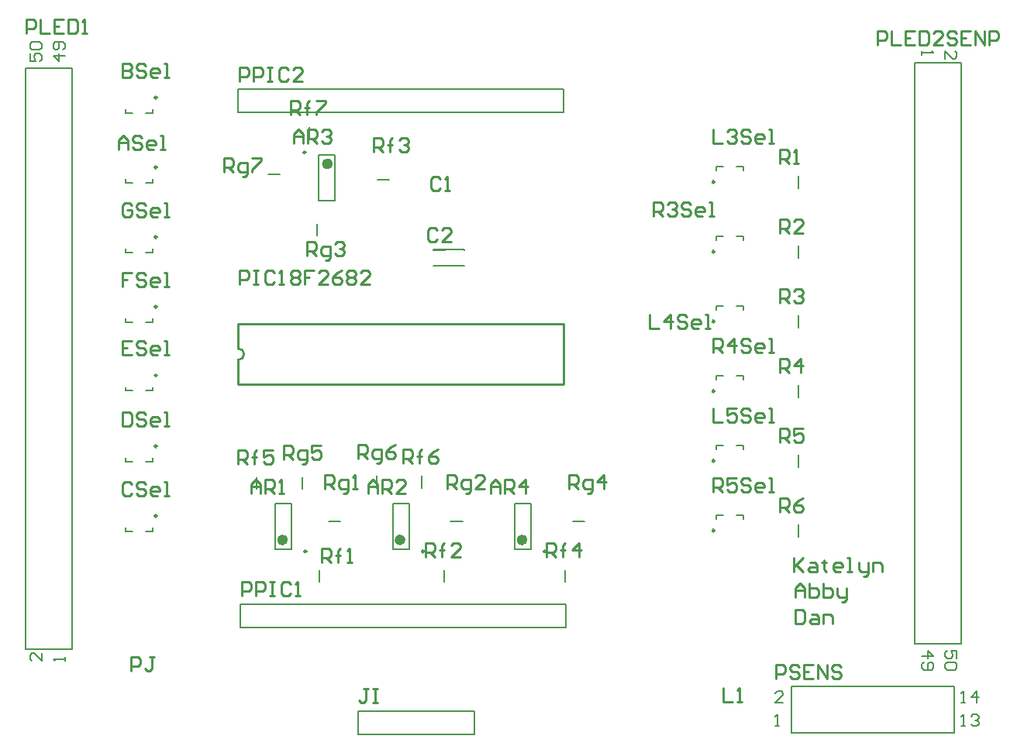
<source format=gto>
%FSLAX24Y24*%
%MOIN*%
G70*
G01*
G75*
G04 Layer_Color=65535*
%ADD10R,0.0236X0.0709*%
%ADD11R,0.0551X0.0591*%
%ADD12R,0.0591X0.0551*%
%ADD13O,0.0866X0.0236*%
%ADD14R,0.0630X0.0630*%
%ADD15R,0.0787X0.0472*%
%ADD16R,0.0591X0.0630*%
%ADD17C,0.0250*%
%ADD18R,0.0591X0.0591*%
%ADD19C,0.0591*%
%ADD20R,0.0591X0.0591*%
%ADD21R,0.0500X0.1000*%
%ADD22O,0.0500X0.1000*%
%ADD23C,0.0394*%
%ADD24C,0.0620*%
%ADD25C,0.0500*%
%ADD26C,0.0098*%
%ADD27C,0.0236*%
%ADD28C,0.0100*%
%ADD29C,0.0079*%
%ADD30C,0.0080*%
D26*
X43758Y55544D02*
G03*
X43758Y55544I-49J0D01*
G01*
X67741Y48906D02*
G03*
X67741Y48906I-49J0D01*
G01*
Y51906D02*
G03*
X67741Y51906I-49J0D01*
G01*
X60494Y39015D02*
G03*
X60494Y39015I-49J0D01*
G01*
X50154Y56185D02*
G03*
X50154Y56185I-49J0D01*
G01*
X55244Y39015D02*
G03*
X55244Y39015I-49J0D01*
G01*
X50194D02*
G03*
X50194Y39015I-49J0D01*
G01*
X67741Y54906D02*
G03*
X67741Y54906I-49J0D01*
G01*
X43758Y58544D02*
G03*
X43758Y58544I-49J0D01*
G01*
Y52544D02*
G03*
X43758Y52544I-49J0D01*
G01*
Y49544D02*
G03*
X43758Y49544I-49J0D01*
G01*
Y46594D02*
G03*
X43758Y46594I-49J0D01*
G01*
Y43544D02*
G03*
X43758Y43544I-49J0D01*
G01*
Y40544D02*
G03*
X43758Y40544I-49J0D01*
G01*
X67741Y45906D02*
G03*
X67741Y45906I-49J0D01*
G01*
Y42906D02*
G03*
X67741Y42906I-49J0D01*
G01*
Y39906D02*
G03*
X67741Y39906I-49J0D01*
G01*
D27*
X59579Y39509D02*
G03*
X59579Y39509I-118J0D01*
G01*
X51207Y55691D02*
G03*
X51207Y55691I-118J0D01*
G01*
X54329Y39509D02*
G03*
X54329Y39509I-118J0D01*
G01*
X49279D02*
G03*
X49279Y39509I-118J0D01*
G01*
D28*
X47250Y47250D02*
G03*
X47250Y47750I0J250D01*
G01*
Y46200D02*
Y47250D01*
Y47750D02*
Y48800D01*
X61250D01*
Y46200D02*
Y48800D01*
X47250Y46200D02*
X61250D01*
X71200Y36500D02*
Y35900D01*
X71500D01*
X71600Y36000D01*
Y36400D01*
X71500Y36500D01*
X71200D01*
X71900Y36300D02*
X72100D01*
X72200Y36200D01*
Y35900D01*
X71900D01*
X71800Y36000D01*
X71900Y36100D01*
X72200D01*
X72400Y35900D02*
Y36300D01*
X72700D01*
X72799Y36200D01*
Y35900D01*
X71200Y37050D02*
Y37450D01*
X71400Y37650D01*
X71600Y37450D01*
Y37050D01*
Y37350D01*
X71200D01*
X71800Y37650D02*
Y37050D01*
X72100D01*
X72200Y37150D01*
Y37250D01*
Y37350D01*
X72100Y37450D01*
X71800D01*
X72400Y37650D02*
Y37050D01*
X72700D01*
X72799Y37150D01*
Y37250D01*
Y37350D01*
X72700Y37450D01*
X72400D01*
X72999D02*
Y37150D01*
X73099Y37050D01*
X73399D01*
Y36950D01*
X73299Y36850D01*
X73199D01*
X73399Y37050D02*
Y37450D01*
X71150Y38750D02*
Y38150D01*
Y38350D01*
X71550Y38750D01*
X71250Y38450D01*
X71550Y38150D01*
X71850Y38550D02*
X72050D01*
X72150Y38450D01*
Y38150D01*
X71850D01*
X71750Y38250D01*
X71850Y38350D01*
X72150D01*
X72450Y38650D02*
Y38550D01*
X72350D01*
X72550D01*
X72450D01*
Y38250D01*
X72550Y38150D01*
X73149D02*
X72949D01*
X72849Y38250D01*
Y38450D01*
X72949Y38550D01*
X73149D01*
X73249Y38450D01*
Y38350D01*
X72849D01*
X73449Y38150D02*
X73649D01*
X73549D01*
Y38750D01*
X73449D01*
X73949Y38550D02*
Y38250D01*
X74049Y38150D01*
X74349D01*
Y38050D01*
X74249Y37950D01*
X74149D01*
X74349Y38150D02*
Y38550D01*
X74549Y38150D02*
Y38550D01*
X74849D01*
X74949Y38450D01*
Y38150D01*
X42100Y56300D02*
Y56700D01*
X42300Y56900D01*
X42500Y56700D01*
Y56300D01*
Y56600D01*
X42100D01*
X43100Y56800D02*
X43000Y56900D01*
X42800D01*
X42700Y56800D01*
Y56700D01*
X42800Y56600D01*
X43000D01*
X43100Y56500D01*
Y56400D01*
X43000Y56300D01*
X42800D01*
X42700Y56400D01*
X43600Y56300D02*
X43400D01*
X43300Y56400D01*
Y56600D01*
X43400Y56700D01*
X43600D01*
X43699Y56600D01*
Y56500D01*
X43300D01*
X43899Y56300D02*
X44099D01*
X43999D01*
Y56900D01*
X43899D01*
X64950Y49200D02*
Y48600D01*
X65350D01*
X65850D02*
Y49200D01*
X65550Y48900D01*
X65950D01*
X66549Y49100D02*
X66450Y49200D01*
X66250D01*
X66150Y49100D01*
Y49000D01*
X66250Y48900D01*
X66450D01*
X66549Y48800D01*
Y48700D01*
X66450Y48600D01*
X66250D01*
X66150Y48700D01*
X67049Y48600D02*
X66849D01*
X66749Y48700D01*
Y48900D01*
X66849Y49000D01*
X67049D01*
X67149Y48900D01*
Y48800D01*
X66749D01*
X67349Y48600D02*
X67549D01*
X67449D01*
Y49200D01*
X67349D01*
X65100Y53450D02*
Y54050D01*
X65400D01*
X65500Y53950D01*
Y53750D01*
X65400Y53650D01*
X65100D01*
X65300D02*
X65500Y53450D01*
X65700Y53950D02*
X65800Y54050D01*
X66000D01*
X66100Y53950D01*
Y53850D01*
X66000Y53750D01*
X65900D01*
X66000D01*
X66100Y53650D01*
Y53550D01*
X66000Y53450D01*
X65800D01*
X65700Y53550D01*
X66699Y53950D02*
X66600Y54050D01*
X66400D01*
X66300Y53950D01*
Y53850D01*
X66400Y53750D01*
X66600D01*
X66699Y53650D01*
Y53550D01*
X66600Y53450D01*
X66400D01*
X66300Y53550D01*
X67199Y53450D02*
X66999D01*
X66899Y53550D01*
Y53750D01*
X66999Y53850D01*
X67199D01*
X67299Y53750D01*
Y53650D01*
X66899D01*
X67499Y53450D02*
X67699D01*
X67599D01*
Y54050D01*
X67499D01*
X50850Y38550D02*
Y39150D01*
X51150D01*
X51250Y39050D01*
Y38850D01*
X51150Y38750D01*
X50850D01*
X51050D02*
X51250Y38550D01*
X51550D02*
Y39050D01*
Y38850D01*
X51450D01*
X51650D01*
X51550D01*
Y39050D01*
X51650Y39150D01*
X51950Y38550D02*
X52150D01*
X52050D01*
Y39150D01*
X51950Y39050D01*
X50200Y51750D02*
Y52350D01*
X50500D01*
X50600Y52250D01*
Y52050D01*
X50500Y51950D01*
X50200D01*
X50400D02*
X50600Y51750D01*
X51000Y51550D02*
X51100D01*
X51200Y51650D01*
Y52150D01*
X50900D01*
X50800Y52050D01*
Y51850D01*
X50900Y51750D01*
X51200D01*
X51400Y52250D02*
X51500Y52350D01*
X51700D01*
X51799Y52250D01*
Y52150D01*
X51700Y52050D01*
X51600D01*
X51700D01*
X51799Y51950D01*
Y51850D01*
X51700Y51750D01*
X51500D01*
X51400Y51850D01*
X46650Y55350D02*
Y55950D01*
X46950D01*
X47050Y55850D01*
Y55650D01*
X46950Y55550D01*
X46650D01*
X46850D02*
X47050Y55350D01*
X47450Y55150D02*
X47550D01*
X47650Y55250D01*
Y55750D01*
X47350D01*
X47250Y55650D01*
Y55450D01*
X47350Y55350D01*
X47650D01*
X47850Y55950D02*
X48249D01*
Y55850D01*
X47850Y55450D01*
Y55350D01*
X74750Y60800D02*
Y61400D01*
X75050D01*
X75150Y61300D01*
Y61100D01*
X75050Y61000D01*
X74750D01*
X75350Y61400D02*
Y60800D01*
X75750D01*
X76349Y61400D02*
X75950D01*
Y60800D01*
X76349D01*
X75950Y61100D02*
X76150D01*
X76549Y61400D02*
Y60800D01*
X76849D01*
X76949Y60900D01*
Y61300D01*
X76849Y61400D01*
X76549D01*
X77549Y60800D02*
X77149D01*
X77549Y61200D01*
Y61300D01*
X77449Y61400D01*
X77249D01*
X77149Y61300D01*
X78149D02*
X78049Y61400D01*
X77849D01*
X77749Y61300D01*
Y61200D01*
X77849Y61100D01*
X78049D01*
X78149Y61000D01*
Y60900D01*
X78049Y60800D01*
X77849D01*
X77749Y60900D01*
X78749Y61400D02*
X78349D01*
Y60800D01*
X78749D01*
X78349Y61100D02*
X78549D01*
X78949Y60800D02*
Y61400D01*
X79349Y60800D01*
Y61400D01*
X79548Y60800D02*
Y61400D01*
X79848D01*
X79948Y61300D01*
Y61100D01*
X79848Y61000D01*
X79548D01*
X50990Y41690D02*
Y42290D01*
X51290D01*
X51390Y42190D01*
Y41990D01*
X51290Y41890D01*
X50990D01*
X51190D02*
X51390Y41690D01*
X51790Y41490D02*
X51890D01*
X51990Y41590D01*
Y42090D01*
X51690D01*
X51590Y41990D01*
Y41790D01*
X51690Y41690D01*
X51990D01*
X52190D02*
X52390D01*
X52290D01*
Y42290D01*
X52190Y42190D01*
X61490Y41690D02*
Y42290D01*
X61790D01*
X61890Y42190D01*
Y41990D01*
X61790Y41890D01*
X61490D01*
X61690D02*
X61890Y41690D01*
X62290Y41490D02*
X62390D01*
X62490Y41590D01*
Y42090D01*
X62190D01*
X62090Y41990D01*
Y41790D01*
X62190Y41690D01*
X62490D01*
X62990D02*
Y42290D01*
X62690Y41990D01*
X63089D01*
X68120Y33130D02*
Y32530D01*
X68520D01*
X68720D02*
X68920D01*
X68820D01*
Y33130D01*
X68720Y33030D01*
X70370Y33540D02*
Y34140D01*
X70670D01*
X70770Y34040D01*
Y33840D01*
X70670Y33740D01*
X70370D01*
X71370Y34040D02*
X71270Y34140D01*
X71070D01*
X70970Y34040D01*
Y33940D01*
X71070Y33840D01*
X71270D01*
X71370Y33740D01*
Y33640D01*
X71270Y33540D01*
X71070D01*
X70970Y33640D01*
X71969Y34140D02*
X71570D01*
Y33540D01*
X71969D01*
X71570Y33840D02*
X71770D01*
X72169Y33540D02*
Y34140D01*
X72569Y33540D01*
Y34140D01*
X73169Y34040D02*
X73069Y34140D01*
X72869D01*
X72769Y34040D01*
Y33940D01*
X72869Y33840D01*
X73069D01*
X73169Y33740D01*
Y33640D01*
X73069Y33540D01*
X72869D01*
X72769Y33640D01*
X38160Y61310D02*
Y61910D01*
X38460D01*
X38560Y61810D01*
Y61610D01*
X38460Y61510D01*
X38160D01*
X38760Y61910D02*
Y61310D01*
X39160D01*
X39759Y61910D02*
X39360D01*
Y61310D01*
X39759D01*
X39360Y61610D02*
X39560D01*
X39959Y61910D02*
Y61310D01*
X40259D01*
X40359Y61410D01*
Y61810D01*
X40259Y61910D01*
X39959D01*
X40559Y61310D02*
X40759D01*
X40659D01*
Y61910D01*
X40559Y61810D01*
X70560Y55710D02*
Y56310D01*
X70860D01*
X70960Y56210D01*
Y56010D01*
X70860Y55910D01*
X70560D01*
X70760D02*
X70960Y55710D01*
X71160D02*
X71360D01*
X71260D01*
Y56310D01*
X71160Y56210D01*
X67695Y57165D02*
Y56565D01*
X68095D01*
X68295Y57065D02*
X68395Y57165D01*
X68595D01*
X68695Y57065D01*
Y56965D01*
X68595Y56865D01*
X68495D01*
X68595D01*
X68695Y56765D01*
Y56665D01*
X68595Y56565D01*
X68395D01*
X68295Y56665D01*
X69294Y57065D02*
X69195Y57165D01*
X68995D01*
X68895Y57065D01*
Y56965D01*
X68995Y56865D01*
X69195D01*
X69294Y56765D01*
Y56665D01*
X69195Y56565D01*
X68995D01*
X68895Y56665D01*
X69794Y56565D02*
X69594D01*
X69494Y56665D01*
Y56865D01*
X69594Y56965D01*
X69794D01*
X69894Y56865D01*
Y56765D01*
X69494D01*
X70094Y56565D02*
X70294D01*
X70194D01*
Y57165D01*
X70094D01*
X42290Y60010D02*
Y59410D01*
X42590D01*
X42690Y59510D01*
Y59610D01*
X42590Y59710D01*
X42290D01*
X42590D01*
X42690Y59810D01*
Y59910D01*
X42590Y60010D01*
X42290D01*
X43290Y59910D02*
X43190Y60010D01*
X42990D01*
X42890Y59910D01*
Y59810D01*
X42990Y59710D01*
X43190D01*
X43290Y59610D01*
Y59510D01*
X43190Y59410D01*
X42990D01*
X42890Y59510D01*
X43790Y59410D02*
X43590D01*
X43490Y59510D01*
Y59710D01*
X43590Y59810D01*
X43790D01*
X43889Y59710D01*
Y59610D01*
X43490D01*
X44089Y59410D02*
X44289D01*
X44189D01*
Y60010D01*
X44089D01*
X42690Y53910D02*
X42590Y54010D01*
X42390D01*
X42290Y53910D01*
Y53510D01*
X42390Y53410D01*
X42590D01*
X42690Y53510D01*
Y53710D01*
X42490D01*
X43290Y53910D02*
X43190Y54010D01*
X42990D01*
X42890Y53910D01*
Y53810D01*
X42990Y53710D01*
X43190D01*
X43290Y53610D01*
Y53510D01*
X43190Y53410D01*
X42990D01*
X42890Y53510D01*
X43790Y53410D02*
X43590D01*
X43490Y53510D01*
Y53710D01*
X43590Y53810D01*
X43790D01*
X43889Y53710D01*
Y53610D01*
X43490D01*
X44089Y53410D02*
X44289D01*
X44189D01*
Y54010D01*
X44089D01*
X42690Y51010D02*
X42290D01*
Y50710D01*
X42490D01*
X42290D01*
Y50410D01*
X43290Y50910D02*
X43190Y51010D01*
X42990D01*
X42890Y50910D01*
Y50810D01*
X42990Y50710D01*
X43190D01*
X43290Y50610D01*
Y50510D01*
X43190Y50410D01*
X42990D01*
X42890Y50510D01*
X43790Y50410D02*
X43590D01*
X43490Y50510D01*
Y50710D01*
X43590Y50810D01*
X43790D01*
X43889Y50710D01*
Y50610D01*
X43490D01*
X44089Y50410D02*
X44289D01*
X44189D01*
Y51010D01*
X44089D01*
X42690Y48060D02*
X42290D01*
Y47460D01*
X42690D01*
X42290Y47760D02*
X42490D01*
X43290Y47960D02*
X43190Y48060D01*
X42990D01*
X42890Y47960D01*
Y47860D01*
X42990Y47760D01*
X43190D01*
X43290Y47660D01*
Y47560D01*
X43190Y47460D01*
X42990D01*
X42890Y47560D01*
X43790Y47460D02*
X43590D01*
X43490Y47560D01*
Y47760D01*
X43590Y47860D01*
X43790D01*
X43889Y47760D01*
Y47660D01*
X43490D01*
X44089Y47460D02*
X44289D01*
X44189D01*
Y48060D01*
X44089D01*
X42290Y45010D02*
Y44410D01*
X42590D01*
X42690Y44510D01*
Y44910D01*
X42590Y45010D01*
X42290D01*
X43290Y44910D02*
X43190Y45010D01*
X42990D01*
X42890Y44910D01*
Y44810D01*
X42990Y44710D01*
X43190D01*
X43290Y44610D01*
Y44510D01*
X43190Y44410D01*
X42990D01*
X42890Y44510D01*
X43790Y44410D02*
X43590D01*
X43490Y44510D01*
Y44710D01*
X43590Y44810D01*
X43790D01*
X43889Y44710D01*
Y44610D01*
X43490D01*
X44089Y44410D02*
X44289D01*
X44189D01*
Y45010D01*
X44089D01*
X42690Y41910D02*
X42590Y42010D01*
X42390D01*
X42290Y41910D01*
Y41510D01*
X42390Y41410D01*
X42590D01*
X42690Y41510D01*
X43290Y41910D02*
X43190Y42010D01*
X42990D01*
X42890Y41910D01*
Y41810D01*
X42990Y41710D01*
X43190D01*
X43290Y41610D01*
Y41510D01*
X43190Y41410D01*
X42990D01*
X42890Y41510D01*
X43790Y41410D02*
X43590D01*
X43490Y41510D01*
Y41710D01*
X43590Y41810D01*
X43790D01*
X43889Y41710D01*
Y41610D01*
X43490D01*
X44089Y41410D02*
X44289D01*
X44189D01*
Y42010D01*
X44089D01*
X70560Y52710D02*
Y53310D01*
X70860D01*
X70960Y53210D01*
Y53010D01*
X70860Y52910D01*
X70560D01*
X70760D02*
X70960Y52710D01*
X71560D02*
X71160D01*
X71560Y53110D01*
Y53210D01*
X71460Y53310D01*
X71260D01*
X71160Y53210D01*
X47260Y42760D02*
Y43360D01*
X47560D01*
X47660Y43260D01*
Y43060D01*
X47560Y42960D01*
X47260D01*
X47460D02*
X47660Y42760D01*
X47960D02*
Y43260D01*
Y43060D01*
X47860D01*
X48060D01*
X47960D01*
Y43260D01*
X48060Y43360D01*
X48760D02*
X48360D01*
Y43060D01*
X48560Y43160D01*
X48660D01*
X48760Y43060D01*
Y42860D01*
X48660Y42760D01*
X48460D01*
X48360Y42860D01*
X47800Y41500D02*
Y41900D01*
X48000Y42100D01*
X48200Y41900D01*
Y41500D01*
Y41800D01*
X47800D01*
X48400Y41500D02*
Y42100D01*
X48700D01*
X48800Y42000D01*
Y41800D01*
X48700Y41700D01*
X48400D01*
X48600D02*
X48800Y41500D01*
X49000D02*
X49200D01*
X49100D01*
Y42100D01*
X49000Y42000D01*
X70560Y49710D02*
Y50310D01*
X70860D01*
X70960Y50210D01*
Y50010D01*
X70860Y49910D01*
X70560D01*
X70760D02*
X70960Y49710D01*
X71160Y50210D02*
X71260Y50310D01*
X71460D01*
X71560Y50210D01*
Y50110D01*
X71460Y50010D01*
X71360D01*
X71460D01*
X71560Y49910D01*
Y49810D01*
X71460Y49710D01*
X71260D01*
X71160Y49810D01*
X49210Y42960D02*
Y43560D01*
X49510D01*
X49610Y43460D01*
Y43260D01*
X49510Y43160D01*
X49210D01*
X49410D02*
X49610Y42960D01*
X50010Y42760D02*
X50110D01*
X50210Y42860D01*
Y43360D01*
X49910D01*
X49810Y43260D01*
Y43060D01*
X49910Y42960D01*
X50210D01*
X50809Y43560D02*
X50410D01*
Y43260D01*
X50610Y43360D01*
X50710D01*
X50809Y43260D01*
Y43060D01*
X50710Y42960D01*
X50510D01*
X50410Y43060D01*
X55820Y52840D02*
X55720Y52940D01*
X55520D01*
X55420Y52840D01*
Y52440D01*
X55520Y52340D01*
X55720D01*
X55820Y52440D01*
X56420Y52340D02*
X56020D01*
X56420Y52740D01*
Y52840D01*
X56320Y52940D01*
X56120D01*
X56020Y52840D01*
X55960Y55030D02*
X55860Y55130D01*
X55660D01*
X55560Y55030D01*
Y54630D01*
X55660Y54530D01*
X55860D01*
X55960Y54630D01*
X56160Y54530D02*
X56360D01*
X56260D01*
Y55130D01*
X56160Y55030D01*
X54360Y42810D02*
Y43410D01*
X54660D01*
X54760Y43310D01*
Y43110D01*
X54660Y43010D01*
X54360D01*
X54560D02*
X54760Y42810D01*
X55060D02*
Y43310D01*
Y43110D01*
X54960D01*
X55160D01*
X55060D01*
Y43310D01*
X55160Y43410D01*
X55860D02*
X55660Y43310D01*
X55460Y43110D01*
Y42910D01*
X55560Y42810D01*
X55760D01*
X55860Y42910D01*
Y43010D01*
X55760Y43110D01*
X55460D01*
X70560Y46710D02*
Y47310D01*
X70860D01*
X70960Y47210D01*
Y47010D01*
X70860Y46910D01*
X70560D01*
X70760D02*
X70960Y46710D01*
X71460D02*
Y47310D01*
X71160Y47010D01*
X71560D01*
X52850Y41500D02*
Y41900D01*
X53050Y42100D01*
X53250Y41900D01*
Y41500D01*
Y41800D01*
X52850D01*
X53450Y41500D02*
Y42100D01*
X53750D01*
X53850Y42000D01*
Y41800D01*
X53750Y41700D01*
X53450D01*
X53650D02*
X53850Y41500D01*
X54449D02*
X54050D01*
X54449Y41900D01*
Y42000D01*
X54350Y42100D01*
X54150D01*
X54050Y42000D01*
X47310Y59240D02*
Y59840D01*
X47610D01*
X47710Y59740D01*
Y59540D01*
X47610Y59440D01*
X47310D01*
X47910Y59240D02*
Y59840D01*
X48210D01*
X48310Y59740D01*
Y59540D01*
X48210Y59440D01*
X47910D01*
X48510Y59840D02*
X48710D01*
X48610D01*
Y59240D01*
X48510D01*
X48710D01*
X49409Y59740D02*
X49309Y59840D01*
X49109D01*
X49009Y59740D01*
Y59340D01*
X49109Y59240D01*
X49309D01*
X49409Y59340D01*
X50009Y59240D02*
X49609D01*
X50009Y59640D01*
Y59740D01*
X49909Y59840D01*
X49709D01*
X49609Y59740D01*
X47410Y37090D02*
Y37690D01*
X47710D01*
X47810Y37590D01*
Y37390D01*
X47710Y37290D01*
X47410D01*
X48010Y37090D02*
Y37690D01*
X48310D01*
X48410Y37590D01*
Y37390D01*
X48310Y37290D01*
X48010D01*
X48610Y37690D02*
X48810D01*
X48710D01*
Y37090D01*
X48610D01*
X48810D01*
X49509Y37590D02*
X49409Y37690D01*
X49209D01*
X49109Y37590D01*
Y37190D01*
X49209Y37090D01*
X49409D01*
X49509Y37190D01*
X49709Y37090D02*
X49909D01*
X49809D01*
Y37690D01*
X49709Y37590D01*
X67695Y47565D02*
Y48165D01*
X67995D01*
X68095Y48065D01*
Y47865D01*
X67995Y47765D01*
X67695D01*
X67895D02*
X68095Y47565D01*
X68595D02*
Y48165D01*
X68295Y47865D01*
X68695D01*
X69294Y48065D02*
X69195Y48165D01*
X68995D01*
X68895Y48065D01*
Y47965D01*
X68995Y47865D01*
X69195D01*
X69294Y47765D01*
Y47665D01*
X69195Y47565D01*
X68995D01*
X68895Y47665D01*
X69794Y47565D02*
X69594D01*
X69494Y47665D01*
Y47865D01*
X69594Y47965D01*
X69794D01*
X69894Y47865D01*
Y47765D01*
X69494D01*
X70094Y47565D02*
X70294D01*
X70194D01*
Y48165D01*
X70094D01*
X56240Y41690D02*
Y42290D01*
X56540D01*
X56640Y42190D01*
Y41990D01*
X56540Y41890D01*
X56240D01*
X56440D02*
X56640Y41690D01*
X57040Y41490D02*
X57140D01*
X57240Y41590D01*
Y42090D01*
X56940D01*
X56840Y41990D01*
Y41790D01*
X56940Y41690D01*
X57240D01*
X57839D02*
X57440D01*
X57839Y42090D01*
Y42190D01*
X57740Y42290D01*
X57540D01*
X57440Y42190D01*
X52415Y43015D02*
Y43615D01*
X52715D01*
X52815Y43515D01*
Y43315D01*
X52715Y43215D01*
X52415D01*
X52615D02*
X52815Y43015D01*
X53215Y42815D02*
X53315D01*
X53415Y42915D01*
Y43415D01*
X53115D01*
X53015Y43315D01*
Y43115D01*
X53115Y43015D01*
X53415D01*
X54014Y43615D02*
X53815Y43515D01*
X53615Y43315D01*
Y43115D01*
X53715Y43015D01*
X53915D01*
X54014Y43115D01*
Y43215D01*
X53915Y43315D01*
X53615D01*
X70560Y43710D02*
Y44310D01*
X70860D01*
X70960Y44210D01*
Y44010D01*
X70860Y43910D01*
X70560D01*
X70760D02*
X70960Y43710D01*
X71560Y44310D02*
X71160D01*
Y44010D01*
X71360Y44110D01*
X71460D01*
X71560Y44010D01*
Y43810D01*
X71460Y43710D01*
X71260D01*
X71160Y43810D01*
X55310Y38760D02*
Y39360D01*
X55610D01*
X55710Y39260D01*
Y39060D01*
X55610Y38960D01*
X55310D01*
X55510D02*
X55710Y38760D01*
X56010D02*
Y39260D01*
Y39060D01*
X55910D01*
X56110D01*
X56010D01*
Y39260D01*
X56110Y39360D01*
X56810Y38760D02*
X56410D01*
X56810Y39160D01*
Y39260D01*
X56710Y39360D01*
X56510D01*
X56410Y39260D01*
X67695Y45165D02*
Y44565D01*
X68095D01*
X68695Y45165D02*
X68295D01*
Y44865D01*
X68495Y44965D01*
X68595D01*
X68695Y44865D01*
Y44665D01*
X68595Y44565D01*
X68395D01*
X68295Y44665D01*
X69294Y45065D02*
X69195Y45165D01*
X68995D01*
X68895Y45065D01*
Y44965D01*
X68995Y44865D01*
X69195D01*
X69294Y44765D01*
Y44665D01*
X69195Y44565D01*
X68995D01*
X68895Y44665D01*
X69794Y44565D02*
X69594D01*
X69494Y44665D01*
Y44865D01*
X69594Y44965D01*
X69794D01*
X69894Y44865D01*
Y44765D01*
X69494D01*
X70094Y44565D02*
X70294D01*
X70194D01*
Y45165D01*
X70094D01*
X49510Y57810D02*
Y58410D01*
X49810D01*
X49910Y58310D01*
Y58110D01*
X49810Y58010D01*
X49510D01*
X49710D02*
X49910Y57810D01*
X50210D02*
Y58310D01*
Y58110D01*
X50110D01*
X50310D01*
X50210D01*
Y58310D01*
X50310Y58410D01*
X50610D02*
X51010D01*
Y58310D01*
X50610Y57910D01*
Y57810D01*
X49650Y56580D02*
Y56980D01*
X49850Y57180D01*
X50050Y56980D01*
Y56580D01*
Y56880D01*
X49650D01*
X50250Y56580D02*
Y57180D01*
X50550D01*
X50650Y57080D01*
Y56880D01*
X50550Y56780D01*
X50250D01*
X50450D02*
X50650Y56580D01*
X50850Y57080D02*
X50950Y57180D01*
X51150D01*
X51249Y57080D01*
Y56980D01*
X51150Y56880D01*
X51050D01*
X51150D01*
X51249Y56780D01*
Y56680D01*
X51150Y56580D01*
X50950D01*
X50850Y56680D01*
X70560Y40710D02*
Y41310D01*
X70860D01*
X70960Y41210D01*
Y41010D01*
X70860Y40910D01*
X70560D01*
X70760D02*
X70960Y40710D01*
X71560Y41310D02*
X71360Y41210D01*
X71160Y41010D01*
Y40810D01*
X71260Y40710D01*
X71460D01*
X71560Y40810D01*
Y40910D01*
X71460Y41010D01*
X71160D01*
X67690Y41560D02*
Y42160D01*
X67990D01*
X68090Y42060D01*
Y41860D01*
X67990Y41760D01*
X67690D01*
X67890D02*
X68090Y41560D01*
X68690Y42160D02*
X68290D01*
Y41860D01*
X68490Y41960D01*
X68590D01*
X68690Y41860D01*
Y41660D01*
X68590Y41560D01*
X68390D01*
X68290Y41660D01*
X69289Y42060D02*
X69190Y42160D01*
X68990D01*
X68890Y42060D01*
Y41960D01*
X68990Y41860D01*
X69190D01*
X69289Y41760D01*
Y41660D01*
X69190Y41560D01*
X68990D01*
X68890Y41660D01*
X69789Y41560D02*
X69589D01*
X69489Y41660D01*
Y41860D01*
X69589Y41960D01*
X69789D01*
X69889Y41860D01*
Y41760D01*
X69489D01*
X70089Y41560D02*
X70289D01*
X70189D01*
Y42160D01*
X70089D01*
X47300Y50490D02*
Y51090D01*
X47600D01*
X47700Y50990D01*
Y50790D01*
X47600Y50690D01*
X47300D01*
X47900Y51090D02*
X48100D01*
X48000D01*
Y50490D01*
X47900D01*
X48100D01*
X48800Y50990D02*
X48700Y51090D01*
X48500D01*
X48400Y50990D01*
Y50590D01*
X48500Y50490D01*
X48700D01*
X48800Y50590D01*
X48999Y50490D02*
X49199D01*
X49099D01*
Y51090D01*
X48999Y50990D01*
X49499D02*
X49599Y51090D01*
X49799D01*
X49899Y50990D01*
Y50890D01*
X49799Y50790D01*
X49899Y50690D01*
Y50590D01*
X49799Y50490D01*
X49599D01*
X49499Y50590D01*
Y50690D01*
X49599Y50790D01*
X49499Y50890D01*
Y50990D01*
X49599Y50790D02*
X49799D01*
X50499Y51090D02*
X50099D01*
Y50790D01*
X50299D01*
X50099D01*
Y50490D01*
X51099D02*
X50699D01*
X51099Y50890D01*
Y50990D01*
X50999Y51090D01*
X50799D01*
X50699Y50990D01*
X51699Y51090D02*
X51499Y50990D01*
X51299Y50790D01*
Y50590D01*
X51399Y50490D01*
X51599D01*
X51699Y50590D01*
Y50690D01*
X51599Y50790D01*
X51299D01*
X51899Y50990D02*
X51998Y51090D01*
X52198D01*
X52298Y50990D01*
Y50890D01*
X52198Y50790D01*
X52298Y50690D01*
Y50590D01*
X52198Y50490D01*
X51998D01*
X51899Y50590D01*
Y50690D01*
X51998Y50790D01*
X51899Y50890D01*
Y50990D01*
X51998Y50790D02*
X52198D01*
X52898Y50490D02*
X52498D01*
X52898Y50890D01*
Y50990D01*
X52798Y51090D01*
X52598D01*
X52498Y50990D01*
X53090Y56190D02*
Y56790D01*
X53390D01*
X53490Y56690D01*
Y56490D01*
X53390Y56390D01*
X53090D01*
X53290D02*
X53490Y56190D01*
X53790D02*
Y56690D01*
Y56490D01*
X53690D01*
X53890D01*
X53790D01*
Y56690D01*
X53890Y56790D01*
X54190Y56690D02*
X54290Y56790D01*
X54490D01*
X54590Y56690D01*
Y56590D01*
X54490Y56490D01*
X54390D01*
X54490D01*
X54590Y56390D01*
Y56290D01*
X54490Y56190D01*
X54290D01*
X54190Y56290D01*
X42660Y33870D02*
Y34470D01*
X42960D01*
X43060Y34370D01*
Y34170D01*
X42960Y34070D01*
X42660D01*
X43660Y34470D02*
X43460D01*
X43560D01*
Y33970D01*
X43460Y33870D01*
X43360D01*
X43260Y33970D01*
X58100Y41500D02*
Y41900D01*
X58300Y42100D01*
X58500Y41900D01*
Y41500D01*
Y41800D01*
X58100D01*
X58700Y41500D02*
Y42100D01*
X59000D01*
X59100Y42000D01*
Y41800D01*
X59000Y41700D01*
X58700D01*
X58900D02*
X59100Y41500D01*
X59600D02*
Y42100D01*
X59300Y41800D01*
X59699D01*
X52860Y33090D02*
X52660D01*
X52760D01*
Y32590D01*
X52660Y32490D01*
X52560D01*
X52460Y32590D01*
X53060Y33090D02*
X53260D01*
X53160D01*
Y32490D01*
X53060D01*
X53260D01*
X60510Y38760D02*
Y39360D01*
X60810D01*
X60910Y39260D01*
Y39060D01*
X60810Y38960D01*
X60510D01*
X60710D02*
X60910Y38760D01*
X61210D02*
Y39260D01*
Y39060D01*
X61110D01*
X61310D01*
X61210D01*
Y39260D01*
X61310Y39360D01*
X61910Y38760D02*
Y39360D01*
X61610Y39060D01*
X62010D01*
D29*
X43591Y54874D02*
Y55032D01*
X43276Y54874D02*
X43591D01*
X42409D02*
Y55032D01*
Y54874D02*
X42724D01*
X67809Y49418D02*
Y49576D01*
X68124D01*
X68991Y49418D02*
Y49576D01*
X68676D02*
X68991D01*
X67809Y52418D02*
Y52576D01*
X68124D01*
X68991Y52418D02*
Y52576D01*
X68676D02*
X68991D01*
X50750Y37694D02*
Y38206D01*
X50650Y52594D02*
Y53106D01*
X48544Y55250D02*
X49056D01*
X76350Y35050D02*
X78350D01*
X76350Y60050D02*
X78350D01*
Y35050D02*
Y60050D01*
X76350Y35050D02*
Y60050D01*
X51144Y40300D02*
X51656D01*
X59854Y39116D02*
Y41084D01*
X59146Y39116D02*
Y41084D01*
Y39116D02*
X59854D01*
X59146Y41084D02*
X59854D01*
X50696Y54116D02*
Y56084D01*
X51404Y54116D02*
Y56084D01*
X50696D02*
X51404D01*
X50696Y54116D02*
X51404D01*
X54604Y39116D02*
Y41084D01*
X53896Y39116D02*
Y41084D01*
Y39116D02*
X54604D01*
X53896Y41084D02*
X54604D01*
X49554Y39116D02*
Y41084D01*
X48846Y39116D02*
Y41084D01*
Y39116D02*
X49554D01*
X48846Y41084D02*
X49554D01*
X61644Y40300D02*
X62156D01*
X78050Y31200D02*
Y33200D01*
X71050Y31200D02*
Y33200D01*
X78050D01*
X71050Y31200D02*
X78050D01*
X38100Y59800D02*
X40100D01*
X38100Y34800D02*
X40100D01*
X38100D02*
Y59800D01*
X40100Y34800D02*
Y59800D01*
X71350Y54644D02*
Y55156D01*
X67809Y55418D02*
Y55576D01*
X68124D01*
X68991Y55418D02*
Y55576D01*
X68676D02*
X68991D01*
X43591Y57874D02*
Y58032D01*
X43276Y57874D02*
X43591D01*
X42409D02*
Y58032D01*
Y57874D02*
X42724D01*
X43591Y51874D02*
Y52032D01*
X43276Y51874D02*
X43591D01*
X42409D02*
Y52032D01*
Y51874D02*
X42724D01*
X43591Y48874D02*
Y49032D01*
X43276Y48874D02*
X43591D01*
X42409D02*
Y49032D01*
Y48874D02*
X42724D01*
X43591Y45924D02*
Y46082D01*
X43276Y45924D02*
X43591D01*
X42409D02*
Y46082D01*
Y45924D02*
X42724D01*
X43591Y42874D02*
Y43032D01*
X43276Y42874D02*
X43591D01*
X42409D02*
Y43032D01*
Y42874D02*
X42724D01*
X43591Y39874D02*
Y40032D01*
X43276Y39874D02*
X43591D01*
X42409D02*
Y40032D01*
Y39874D02*
X42724D01*
X71350Y51644D02*
Y52156D01*
X48050Y41694D02*
Y42206D01*
X71350Y48644D02*
Y49156D01*
X50000Y41694D02*
Y42206D01*
X55631Y51315D02*
X56143D01*
X56969Y51296D02*
Y51315D01*
X55631Y51985D02*
X56143D01*
X56969D02*
Y52004D01*
X55631Y51296D02*
X56969D01*
X55631Y52004D02*
X56969D01*
X55150Y41744D02*
Y42256D01*
X71350Y45644D02*
Y46156D01*
X48000Y58900D02*
X61250D01*
X47250D02*
X48000D01*
X47250Y57900D02*
Y58900D01*
Y57900D02*
X61250D01*
Y58900D01*
X47350Y35750D02*
X60600D01*
X61350D01*
Y36750D01*
X47350D02*
X61350D01*
X47350Y35750D02*
Y36750D01*
X67809Y46418D02*
Y46576D01*
X68124D01*
X68991Y46418D02*
Y46576D01*
X68676D02*
X68991D01*
X56394Y40300D02*
X56906D01*
X53200Y41744D02*
Y42256D01*
X71350Y42644D02*
Y43156D01*
X56100Y37694D02*
Y38206D01*
X67809Y43418D02*
Y43576D01*
X68124D01*
X68991Y43418D02*
Y43576D01*
X68676D02*
X68991D01*
X50300Y56744D02*
Y57256D01*
X71350Y39644D02*
Y40156D01*
X67809Y40418D02*
Y40576D01*
X68124D01*
X68991Y40418D02*
Y40576D01*
X68676D02*
X68991D01*
X53244Y55000D02*
X53756D01*
X52400Y31150D02*
Y32150D01*
X57400D01*
X52400Y31150D02*
X57400D01*
Y32150D01*
X61300Y37694D02*
Y38206D01*
D30*
X77650Y60217D02*
Y60550D01*
X77983Y60217D01*
X78067D01*
X78150Y60300D01*
Y60467D01*
X78067Y60550D01*
X76650D02*
Y60383D01*
Y60467D01*
X77150D01*
X77067Y60550D01*
X76650Y34500D02*
X77150D01*
X76900Y34750D01*
Y34417D01*
X76733Y34250D02*
X76650Y34167D01*
Y34000D01*
X76733Y33917D01*
X77067D01*
X77150Y34000D01*
Y34167D01*
X77067Y34250D01*
X76983D01*
X76900Y34167D01*
Y33917D01*
X78150Y34417D02*
Y34750D01*
X77900D01*
X77983Y34583D01*
Y34500D01*
X77900Y34417D01*
X77733D01*
X77650Y34500D01*
Y34667D01*
X77733Y34750D01*
X78067Y34250D02*
X78150Y34167D01*
Y34000D01*
X78067Y33917D01*
X77733D01*
X77650Y34000D01*
Y34167D01*
X77733Y34250D01*
X78067D01*
X70683Y32500D02*
X70350D01*
X70683Y32833D01*
Y32917D01*
X70600Y33000D01*
X70433D01*
X70350Y32917D01*
Y31500D02*
X70517D01*
X70433D01*
Y32000D01*
X70350Y31917D01*
X78350Y32500D02*
X78517D01*
X78433D01*
Y33000D01*
X78350Y32917D01*
X79016Y32500D02*
Y33000D01*
X78767Y32750D01*
X79100D01*
X78350Y31500D02*
X78517D01*
X78433D01*
Y32000D01*
X78350Y31917D01*
X78767D02*
X78850Y32000D01*
X79016D01*
X79100Y31917D01*
Y31833D01*
X79016Y31750D01*
X78933D01*
X79016D01*
X79100Y31667D01*
Y31583D01*
X79016Y31500D01*
X78850D01*
X78767Y31583D01*
X38800Y34633D02*
Y34300D01*
X38467Y34633D01*
X38383D01*
X38300Y34550D01*
Y34383D01*
X38383Y34300D01*
X39800D02*
Y34467D01*
Y34383D01*
X39300D01*
X39383Y34300D01*
X39800Y60350D02*
X39300D01*
X39550Y60100D01*
Y60433D01*
X39717Y60600D02*
X39800Y60683D01*
Y60850D01*
X39717Y60933D01*
X39383D01*
X39300Y60850D01*
Y60683D01*
X39383Y60600D01*
X39467D01*
X39550Y60683D01*
Y60933D01*
X38300Y60433D02*
Y60100D01*
X38550D01*
X38467Y60267D01*
Y60350D01*
X38550Y60433D01*
X38717D01*
X38800Y60350D01*
Y60183D01*
X38717Y60100D01*
X38383Y60600D02*
X38300Y60683D01*
Y60850D01*
X38383Y60933D01*
X38717D01*
X38800Y60850D01*
Y60683D01*
X38717Y60600D01*
X38383D01*
M02*

</source>
